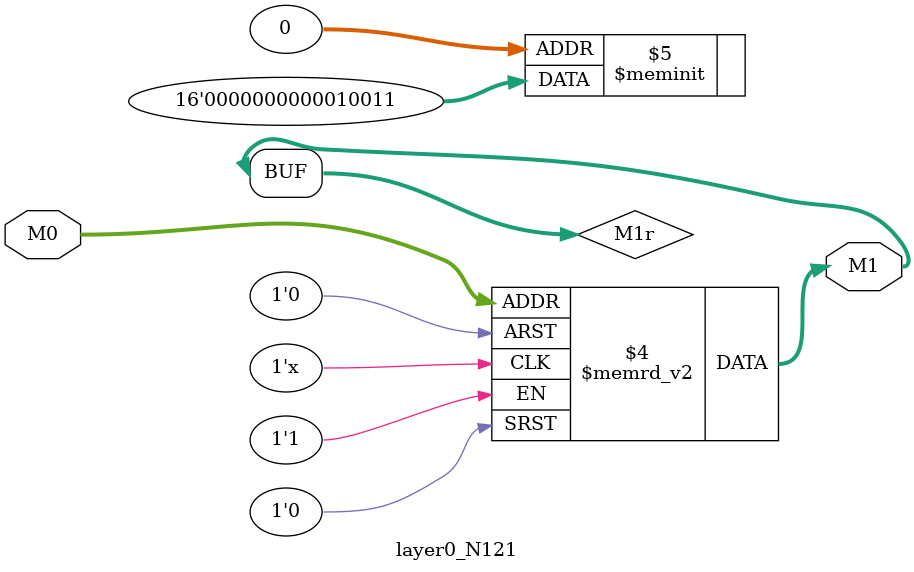
<source format=v>
module layer0_N121 ( input [2:0] M0, output [1:0] M1 );

	(*rom_style = "distributed" *) reg [1:0] M1r;
	assign M1 = M1r;
	always @ (M0) begin
		case (M0)
			3'b000: M1r = 2'b11;
			3'b100: M1r = 2'b00;
			3'b010: M1r = 2'b01;
			3'b110: M1r = 2'b00;
			3'b001: M1r = 2'b00;
			3'b101: M1r = 2'b00;
			3'b011: M1r = 2'b00;
			3'b111: M1r = 2'b00;

		endcase
	end
endmodule

</source>
